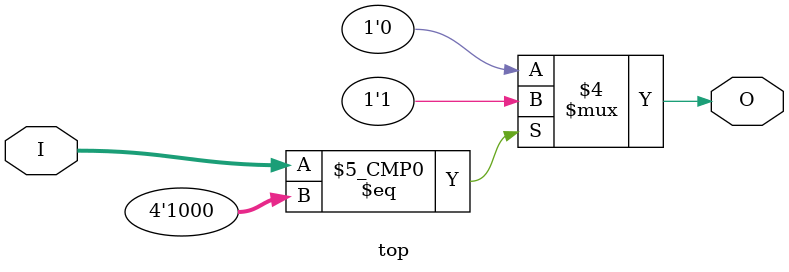
<source format=v>
module top( (* keep *) input [3:0] I, output O);
    always @(I)
    case(I)
        4'b1000 : O = 1;
        4'b0000 : O = 0;
        default : O = 0;
    endcase
endmodule // top

</source>
